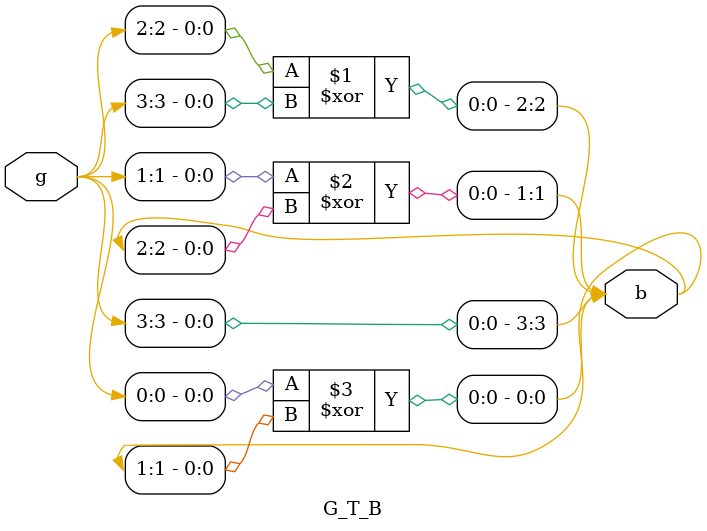
<source format=v>
`timescale 1ns / 1ps
module G_T_B #(parameter N=4)(
  input [N-1:0] g,
  output [N-1:0] b
    );
	 genvar i;
   assign b[N-1] = g[N-1];
	 generate
     for(i=N-2;i>=0;i=i-1) begin:G_T_B
       assign b[i]=g[i]^b[i+1];
		end
	endgenerate


endmodule

</source>
